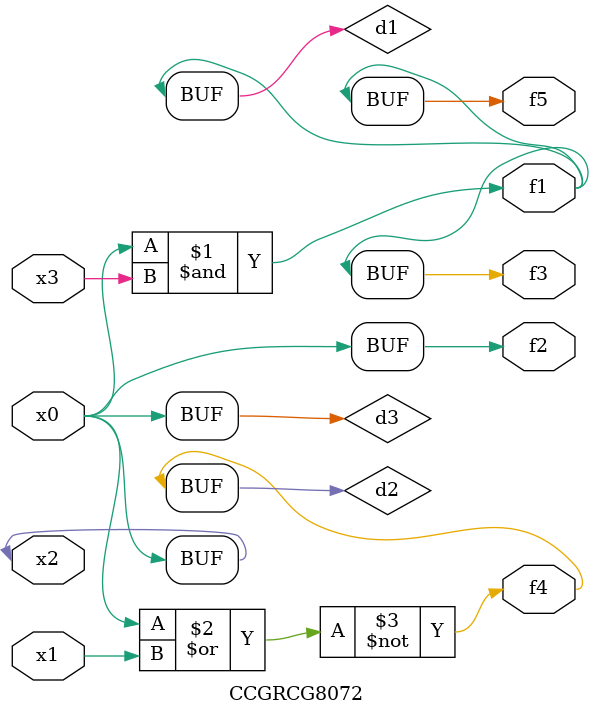
<source format=v>
module CCGRCG8072(
	input x0, x1, x2, x3,
	output f1, f2, f3, f4, f5
);

	wire d1, d2, d3;

	and (d1, x2, x3);
	nor (d2, x0, x1);
	buf (d3, x0, x2);
	assign f1 = d1;
	assign f2 = d3;
	assign f3 = d1;
	assign f4 = d2;
	assign f5 = d1;
endmodule

</source>
